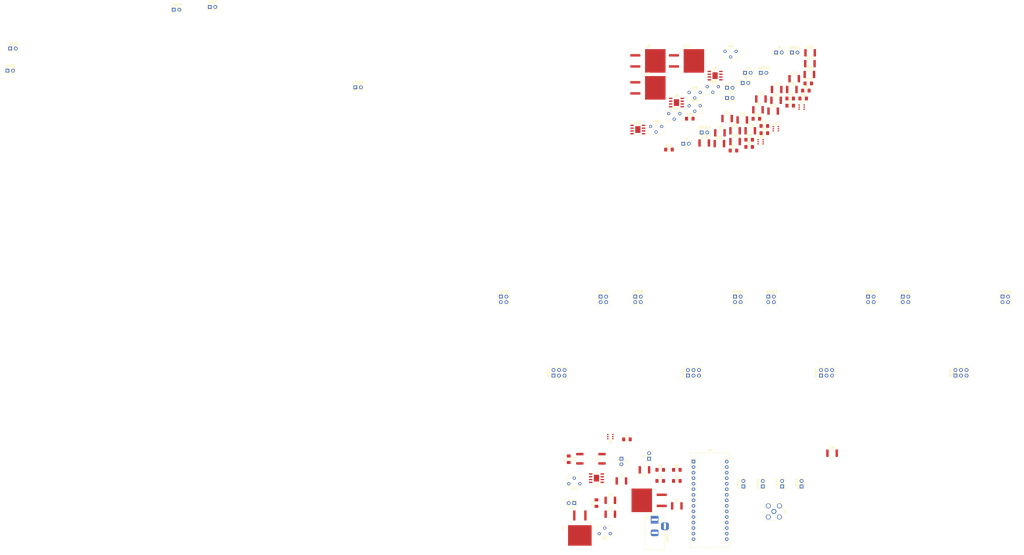
<source format=kicad_pcb>
(kicad_pcb (version 20171130) (host pcbnew 5.1.5+dfsg1-2build2)
  (layers (0 F.Cu signal) (31 B.Cu signal) (34 B.Paste user) (35 F.Paste user) (36 B.SilkS user) (37 F.SilkS user) (38 B.Mask user) (39 F.Mask user) (44 Edge.Cuts user))
  (net 0 "")
  (net 1 "Net-(A1-Pad16)")
  (net 2 "Net-(A1-Pad15)")
  (net 3 "Net-(A1-Pad30)")
  (net 4 "Net-(A1-Pad14)")
  (net 5 GND)
  (net 6 "Net-(A1-Pad13)")
  (net 7 "Net-(A1-Pad28)")
  (net 8 /Cool3)
  (net 9 "Net-(A1-Pad27)")
  (net 10 /LD3)
  (net 11 /PDCOM3)
  (net 12 /LD2)
  (net 13 /CoolCOM3)
  (net 14 /Cool2)
  (net 15 /PDCOM2)
  (net 16 /Cool1)
  (net 17 /CoolCOM2)
  (net 18 /LD1)
  (net 19 /PDCOM1)
  (net 20 /Cool0)
  (net 21 /CoolCOM1)
  (net 22 /LD0)
  (net 23 /PDCOM0)
  (net 24 /CoolCOM0)
  (net 25 "Net-(A1-Pad3)")
  (net 26 "Net-(A1-Pad18)")
  (net 27 "Net-(A1-Pad2)")
  (net 28 "Net-(A1-Pad17)")
  (net 29 "Net-(A1-Pad1)")
  (net 30 /LDSourse0)
  (net 31 /CoolSource0)
  (net 32 +5V)
  (net 33 /LDSourse1)
  (net 34 /CoolSource1)
  (net 35 /LDSourse2)
  (net 36 /CoolSource2)
  (net 37 /LDSourse3)
  (net 38 /CoolSource3)
  (net 39 "Net-(C1-Pad1)")
  (net 40 "Net-(C2-Pad2)")
  (net 41 /LDDrain0)
  (net 42 "Net-(C3-Pad1)")
  (net 43 "Net-(C4-Pad1)")
  (net 44 /CoolDrain0)
  (net 45 "Net-(C6-Pad1)")
  (net 46 "Net-(C7-Pad1)")
  (net 47 "Net-(C9-Pad1)")
  (net 48 "Net-(C10-Pad2)")
  (net 49 /LDDrain1)
  (net 50 "Net-(C11-Pad1)")
  (net 51 /CoolDrain1)
  (net 52 "Net-(C13-Pad1)")
  (net 53 "Net-(C15-Pad1)")
  (net 54 "Net-(C16-Pad2)")
  (net 55 /LDDrain2)
  (net 56 "Net-(C17-Pad1)")
  (net 57 /CoolDrain2)
  (net 58 "Net-(C19-Pad1)")
  (net 59 "Net-(C21-Pad1)")
  (net 60 "Net-(C22-Pad2)")
  (net 61 /LDDrain3)
  (net 62 "Net-(C23-Pad1)")
  (net 63 /CoolDrain3)
  (net 64 "Net-(C25-Pad1)")
  (net 65 +12V)
  (net 66 "Net-(J2-Pad2)")
  (net 67 "Net-(J4-Pad2)")
  (net 68 "Net-(J6-Pad2)")
  (net 69 "Net-(J8-Pad2)")
  (net 70 "Net-(R8-Pad2)")
  (net 71 "Net-(R12-Pad2)")
  (net 72 "Net-(R16-Pad2)")
  (net 73 "Net-(R20-Pad2)")
  (net 74 /DL1)
  (net 75 "Net-(U3-Pad7)")
  (net 76 "Net-(U3-Pad2)")
  (net 77 "Net-(U6-Pad7)")
  (net 78 "Net-(U6-Pad2)")
  (net 79 /LDSource1)
  (net 80 "Net-(U9-Pad7)")
  (net 81 "Net-(U9-Pad2)")
  (net 82 /LDSource2)
  (net 83 "Net-(U12-Pad7)")
  (net 84 "Net-(U12-Pad2)")
  (net 85 /LDSource3)
  (net 86 "Net-(VR1-Pad3)")
  (net 87 "Net-(VR3-Pad3)")
  (net 88 "Net-(VR5-Pad3)")
  (net 89 "Net-(VR7-Pad3)")
  (net 90 "Net-(JTRIG1-Pad1)")
  (net 91 "Net-(R10-Pad1)")
  (net 92 "Net-(R14-Pad1)")
  (net 93 "Net-(R18-Pad1)")
  (net 94 "Net-(VR2-Pad3)")
  (net 95 "Net-(VR4-Pad3)")
  (net 96 "Net-(VR6-Pad3)")
  (net 97 "Net-(VR8-Pad3)")
  (net 98 "Net-(R4-Pad1)")
  (module Potentiometer_THT:Potentiometer_Bourns_3266W_Vertical (layer F.Cu) (at 89.555001 -9.994999)
    (fp_text reference VR8 (at -2.54 -2.27) (layer F.SilkS))
    (fp_text value 3266W)
    (pad 3 thru_hole circle (at -5.08 0) (size 1.44 1.44) (drill 0.8) (layers *.Cu *.Mask) (net 97 "Net-(VR8-Pad3)"))
    (pad 2 thru_hole circle (at -2.54 2.54) (size 1.44 1.44) (drill 0.8) (layers *.Cu *.Mask) (net 62 "Net-(C23-Pad1)"))
    (pad 1 thru_hole circle (at 0 0) (size 1.44 1.44) (drill 0.8) (layers *.Cu *.Mask) (net 5 GND))
  )
  (module Potentiometer_THT:Potentiometer_Bourns_3266W_Vertical (layer F.Cu) (at 97.855001 -15.894999)
    (fp_text reference VR7 (at -2.54 -2.27) (layer F.SilkS))
    (fp_text value 3266W)
    (pad 3 thru_hole circle (at -5.08 0) (size 1.44 1.44) (drill 0.8) (layers *.Cu *.Mask) (net 89 "Net-(VR7-Pad3)"))
    (pad 2 thru_hole circle (at -2.54 2.54) (size 1.44 1.44) (drill 0.8) (layers *.Cu *.Mask) (net 64 "Net-(C25-Pad1)"))
    (pad 1 thru_hole circle (at 0 0) (size 1.44 1.44) (drill 0.8) (layers *.Cu *.Mask) (net 5 GND))
  )
  (module Potentiometer_THT:Potentiometer_Bourns_3266W_Vertical (layer F.Cu) (at 107.245001 -25.594999)
    (fp_text reference VR6 (at -2.54 -2.27) (layer F.SilkS))
    (fp_text value 3266W)
    (pad 3 thru_hole circle (at -5.08 0) (size 1.44 1.44) (drill 0.8) (layers *.Cu *.Mask) (net 96 "Net-(VR6-Pad3)"))
    (pad 2 thru_hole circle (at -2.54 2.54) (size 1.44 1.44) (drill 0.8) (layers *.Cu *.Mask) (net 56 "Net-(C17-Pad1)"))
    (pad 1 thru_hole circle (at 0 0) (size 1.44 1.44) (drill 0.8) (layers *.Cu *.Mask) (net 5 GND))
  )
  (module Potentiometer_THT:Potentiometer_Bourns_3266W_Vertical (layer F.Cu) (at 115.545001 -28.244999)
    (fp_text reference VR5 (at -2.54 -2.27) (layer F.SilkS))
    (fp_text value 3266W)
    (pad 3 thru_hole circle (at -5.08 0) (size 1.44 1.44) (drill 0.8) (layers *.Cu *.Mask) (net 88 "Net-(VR5-Pad3)"))
    (pad 2 thru_hole circle (at -2.54 2.54) (size 1.44 1.44) (drill 0.8) (layers *.Cu *.Mask) (net 58 "Net-(C19-Pad1)"))
    (pad 1 thru_hole circle (at 0 0) (size 1.44 1.44) (drill 0.8) (layers *.Cu *.Mask) (net 5 GND))
  )
  (module Potentiometer_THT:Potentiometer_Bourns_3266W_Vertical (layer F.Cu) (at 107.245001 -19.494999)
    (fp_text reference VR4 (at -2.54 -2.27) (layer F.SilkS))
    (fp_text value 3266W)
    (pad 3 thru_hole circle (at -5.08 0) (size 1.44 1.44) (drill 0.8) (layers *.Cu *.Mask) (net 95 "Net-(VR4-Pad3)"))
    (pad 2 thru_hole circle (at -2.54 2.54) (size 1.44 1.44) (drill 0.8) (layers *.Cu *.Mask) (net 50 "Net-(C11-Pad1)"))
    (pad 1 thru_hole circle (at 0 0) (size 1.44 1.44) (drill 0.8) (layers *.Cu *.Mask) (net 5 GND))
  )
  (module Potentiometer_THT:Potentiometer_Bourns_3266W_Vertical (layer F.Cu) (at 123.685001 -44.394999)
    (fp_text reference VR3 (at -2.54 -2.27) (layer F.SilkS))
    (fp_text value 3266W)
    (pad 3 thru_hole circle (at -5.08 0) (size 1.44 1.44) (drill 0.8) (layers *.Cu *.Mask) (net 87 "Net-(VR3-Pad3)"))
    (pad 2 thru_hole circle (at -2.54 2.54) (size 1.44 1.44) (drill 0.8) (layers *.Cu *.Mask) (net 52 "Net-(C13-Pad1)"))
    (pad 1 thru_hole circle (at 0 0) (size 1.44 1.44) (drill 0.8) (layers *.Cu *.Mask) (net 5 GND))
  )
  (module Potentiometer_THT:Potentiometer_Bourns_3266W_Vertical (layer F.Cu) (at 46.99 153.67 180)
    (fp_text reference VR2 (at -2.54 -2.27) (layer F.SilkS))
    (fp_text value 3266W)
    (pad 3 thru_hole circle (at -5.08 0 180) (size 1.44 1.44) (drill 0.8) (layers *.Cu *.Mask) (net 94 "Net-(VR2-Pad3)"))
    (pad 2 thru_hole circle (at -2.54 2.54 180) (size 1.44 1.44) (drill 0.8) (layers *.Cu *.Mask) (net 42 "Net-(C3-Pad1)"))
    (pad 1 thru_hole circle (at 0 0 180) (size 1.44 1.44) (drill 0.8) (layers *.Cu *.Mask) (net 5 GND))
  )
  (module Package_SO:TSOP-6_1.65x3.05mm_P0.95mm (layer F.Cu) (at 141.865001 -8.974999)
    (fp_text reference U13 (at 0 -2.45) (layer F.SilkS))
    (fp_text value IRF5852PbF)
    (pad 6 smd rect (at 1.16 -0.95) (size 0.7 0.51) (layers F.Cu F.Paste F.Mask) (net 63 /CoolDrain3))
    (pad 5 smd rect (at 1.16 0) (size 0.7 0.51) (layers F.Cu F.Paste F.Mask) (net 38 /CoolSource3))
    (pad 4 smd rect (at 1.16 0.95) (size 0.7 0.51) (layers F.Cu F.Paste F.Mask) (net 61 /LDDrain3))
    (pad 3 smd rect (at -1.16 0.95) (size 0.7 0.51) (layers F.Cu F.Paste F.Mask) (net 73 "Net-(R20-Pad2)"))
    (pad 2 smd rect (at -1.16 0) (size 0.7 0.51) (layers F.Cu F.Paste F.Mask) (net 85 /LDSource3))
    (pad 1 smd rect (at -1.16 -0.95) (size 0.7 0.51) (layers F.Cu F.Paste F.Mask) (net 93 "Net-(R18-Pad1)"))
  )
  (module Package_SO:HSOP-8-1EP_3.9x4.9mm_P1.27mm_EP2.41x3.1mm (layer F.Cu) (at 78.655001 -8.594999)
    (fp_text reference U12 (at 0 -3.4) (layer F.SilkS))
    (fp_text value LP3878MR-ADJ_NOPB)
    (pad 8 smd roundrect (at 2.65 -1.905) (size 1.6 0.6) (layers F.Cu F.Paste F.Mask) (net 60 "Net-(C22-Pad2)"))
    (pad 7 smd roundrect (at 2.65 -0.635) (size 1.6 0.6) (layers F.Cu F.Paste F.Mask) (net 83 "Net-(U12-Pad7)"))
    (pad 6 smd roundrect (at 2.65 0.635) (size 1.6 0.6) (layers F.Cu F.Paste F.Mask) (net 62 "Net-(C23-Pad1)"))
    (pad 5 smd roundrect (at 2.65 1.905) (size 1.6 0.6) (layers F.Cu F.Paste F.Mask) (net 61 /LDDrain3))
    (pad 4 smd roundrect (at -2.65 1.905) (size 1.6 0.6) (layers F.Cu F.Paste F.Mask) (net 60 "Net-(C22-Pad2)"))
    (pad 3 smd roundrect (at -2.65 0.635) (size 1.6 0.6) (layers F.Cu F.Paste F.Mask) (net 5 GND))
    (pad 2 smd roundrect (at -2.65 -0.635) (size 1.6 0.6) (layers F.Cu F.Paste F.Mask) (net 84 "Net-(U12-Pad2)"))
    (pad 1 smd roundrect (at -2.65 -1.905) (size 1.6 0.6) (layers F.Cu F.Paste F.Mask) (net 59 "Net-(C21-Pad1)"))
    (pad 9 smd roundrect (at 0 0) (size 2.41 3.1) (layers F.Cu F.Mask) (roundrect_rratio 0.103734))
  )
  (module Package_TO_SOT_SMD:TO-263-2 (layer F.Cu) (at 100.965001 -40.044999)
    (fp_text reference U11 (at 0 -6.65) (layer F.SilkS))
    (fp_text value LM317_3PinPackage)
    (pad 2 smd rect (at 3.375 0) (size 9.4 10.8) (layers F.Cu F.Mask) (net 63 /CoolDrain3))
    (pad 3 smd rect (at -5.775 2.54) (size 4.6 1.1) (layers F.Cu F.Paste F.Mask) (net 69 "Net-(J8-Pad2)"))
    (pad 1 smd rect (at -5.775 -2.54) (size 4.6 1.1) (layers F.Cu F.Paste F.Mask) (net 64 "Net-(C25-Pad1)"))
  )
  (module Package_SO:TSOP-6_1.65x3.05mm_P0.95mm (layer F.Cu) (at 134.915001 -2.994999)
    (fp_text reference U10 (at 0 -2.45) (layer F.SilkS))
    (fp_text value IRF5852PbF)
    (pad 6 smd rect (at 1.16 -0.95) (size 0.7 0.51) (layers F.Cu F.Paste F.Mask) (net 57 /CoolDrain2))
    (pad 5 smd rect (at 1.16 0) (size 0.7 0.51) (layers F.Cu F.Paste F.Mask) (net 36 /CoolSource2))
    (pad 4 smd rect (at 1.16 0.95) (size 0.7 0.51) (layers F.Cu F.Paste F.Mask) (net 55 /LDDrain2))
    (pad 3 smd rect (at -1.16 0.95) (size 0.7 0.51) (layers F.Cu F.Paste F.Mask) (net 72 "Net-(R16-Pad2)"))
    (pad 2 smd rect (at -1.16 0) (size 0.7 0.51) (layers F.Cu F.Paste F.Mask) (net 82 /LDSource2))
    (pad 1 smd rect (at -1.16 -0.95) (size 0.7 0.51) (layers F.Cu F.Paste F.Mask) (net 92 "Net-(R14-Pad1)"))
  )
  (module Package_SO:HSOP-8-1EP_3.9x4.9mm_P1.27mm_EP2.41x3.1mm (layer F.Cu) (at 96.345001 -20.944999)
    (fp_text reference U9 (at 0 -3.4) (layer F.SilkS))
    (fp_text value LP3878MR-ADJ_NOPB)
    (pad 8 smd roundrect (at 2.65 -1.905) (size 1.6 0.6) (layers F.Cu F.Paste F.Mask) (net 54 "Net-(C16-Pad2)"))
    (pad 7 smd roundrect (at 2.65 -0.635) (size 1.6 0.6) (layers F.Cu F.Paste F.Mask) (net 80 "Net-(U9-Pad7)"))
    (pad 6 smd roundrect (at 2.65 0.635) (size 1.6 0.6) (layers F.Cu F.Paste F.Mask) (net 56 "Net-(C17-Pad1)"))
    (pad 5 smd roundrect (at 2.65 1.905) (size 1.6 0.6) (layers F.Cu F.Paste F.Mask) (net 55 /LDDrain2))
    (pad 4 smd roundrect (at -2.65 1.905) (size 1.6 0.6) (layers F.Cu F.Paste F.Mask) (net 54 "Net-(C16-Pad2)"))
    (pad 3 smd roundrect (at -2.65 0.635) (size 1.6 0.6) (layers F.Cu F.Paste F.Mask) (net 5 GND))
    (pad 2 smd roundrect (at -2.65 -0.635) (size 1.6 0.6) (layers F.Cu F.Paste F.Mask) (net 81 "Net-(U9-Pad2)"))
    (pad 1 smd roundrect (at -2.65 -1.905) (size 1.6 0.6) (layers F.Cu F.Paste F.Mask) (net 53 "Net-(C15-Pad1)"))
    (pad 9 smd roundrect (at 0 0) (size 2.41 3.1) (layers F.Cu F.Mask) (roundrect_rratio 0.103734))
  )
  (module Package_TO_SOT_SMD:TO-263-2 (layer F.Cu) (at 83.275001 -40.044999)
    (fp_text reference U8 (at 0 -6.65) (layer F.SilkS))
    (fp_text value LM317_3PinPackage)
    (pad 2 smd rect (at 3.375 0) (size 9.4 10.8) (layers F.Cu F.Mask) (net 57 /CoolDrain2))
    (pad 3 smd rect (at -5.775 2.54) (size 4.6 1.1) (layers F.Cu F.Paste F.Mask) (net 68 "Net-(J6-Pad2)"))
    (pad 1 smd rect (at -5.775 -2.54) (size 4.6 1.1) (layers F.Cu F.Paste F.Mask) (net 58 "Net-(C19-Pad1)"))
  )
  (module Package_SO:TSOP-6_1.65x3.05mm_P0.95mm (layer F.Cu) (at 153.705001 -18.874999)
    (fp_text reference U7 (at 0 -2.45) (layer F.SilkS))
    (fp_text value IRF5852PbF)
    (pad 6 smd rect (at 1.16 -0.95) (size 0.7 0.51) (layers F.Cu F.Paste F.Mask) (net 51 /CoolDrain1))
    (pad 5 smd rect (at 1.16 0) (size 0.7 0.51) (layers F.Cu F.Paste F.Mask) (net 34 /CoolSource1))
    (pad 4 smd rect (at 1.16 0.95) (size 0.7 0.51) (layers F.Cu F.Paste F.Mask) (net 49 /LDDrain1))
    (pad 3 smd rect (at -1.16 0.95) (size 0.7 0.51) (layers F.Cu F.Paste F.Mask) (net 71 "Net-(R12-Pad2)"))
    (pad 2 smd rect (at -1.16 0) (size 0.7 0.51) (layers F.Cu F.Paste F.Mask) (net 79 /LDSource1))
    (pad 1 smd rect (at -1.16 -0.95) (size 0.7 0.51) (layers F.Cu F.Paste F.Mask) (net 91 "Net-(R10-Pad1)"))
  )
  (module Package_SO:HSOP-8-1EP_3.9x4.9mm_P1.27mm_EP2.41x3.1mm (layer F.Cu) (at 114.035001 -33.294999)
    (fp_text reference U6 (at 0 -3.4) (layer F.SilkS))
    (fp_text value LP3878MR-ADJ_NOPB)
    (pad 8 smd roundrect (at 2.65 -1.905) (size 1.6 0.6) (layers F.Cu F.Paste F.Mask) (net 48 "Net-(C10-Pad2)"))
    (pad 7 smd roundrect (at 2.65 -0.635) (size 1.6 0.6) (layers F.Cu F.Paste F.Mask) (net 77 "Net-(U6-Pad7)"))
    (pad 6 smd roundrect (at 2.65 0.635) (size 1.6 0.6) (layers F.Cu F.Paste F.Mask) (net 50 "Net-(C11-Pad1)"))
    (pad 5 smd roundrect (at 2.65 1.905) (size 1.6 0.6) (layers F.Cu F.Paste F.Mask) (net 49 /LDDrain1))
    (pad 4 smd roundrect (at -2.65 1.905) (size 1.6 0.6) (layers F.Cu F.Paste F.Mask) (net 48 "Net-(C10-Pad2)"))
    (pad 3 smd roundrect (at -2.65 0.635) (size 1.6 0.6) (layers F.Cu F.Paste F.Mask) (net 5 GND))
    (pad 2 smd roundrect (at -2.65 -0.635) (size 1.6 0.6) (layers F.Cu F.Paste F.Mask) (net 78 "Net-(U6-Pad2)"))
    (pad 1 smd roundrect (at -2.65 -1.905) (size 1.6 0.6) (layers F.Cu F.Paste F.Mask) (net 47 "Net-(C9-Pad1)"))
    (pad 9 smd roundrect (at 0 0) (size 2.41 3.1) (layers F.Cu F.Mask) (roundrect_rratio 0.103734))
  )
  (module Package_TO_SOT_SMD:TO-263-2 (layer F.Cu) (at 83.275001 -27.694999)
    (fp_text reference U5 (at 0 -6.65) (layer F.SilkS))
    (fp_text value LM317_3PinPackage)
    (pad 2 smd rect (at 3.375 0) (size 9.4 10.8) (layers F.Cu F.Mask) (net 51 /CoolDrain1))
    (pad 3 smd rect (at -5.775 2.54) (size 4.6 1.1) (layers F.Cu F.Paste F.Mask) (net 67 "Net-(J4-Pad2)"))
    (pad 1 smd rect (at -5.775 -2.54) (size 4.6 1.1) (layers F.Cu F.Paste F.Mask) (net 52 "Net-(C13-Pad1)"))
  )
  (module Package_SO:TSOP-6_1.65x3.05mm_P0.95mm (layer F.Cu) (at 66.04 132.08 180)
    (fp_text reference U4 (at 0 -2.45) (layer F.SilkS))
    (fp_text value IRF5852PbF)
    (pad 6 smd rect (at 1.16 -0.95 180) (size 0.7 0.51) (layers F.Cu F.Paste F.Mask) (net 44 /CoolDrain0))
    (pad 5 smd rect (at 1.16 0 180) (size 0.7 0.51) (layers F.Cu F.Paste F.Mask) (net 31 /CoolSource0))
    (pad 4 smd rect (at 1.16 0.95 180) (size 0.7 0.51) (layers F.Cu F.Paste F.Mask) (net 41 /LDDrain0))
    (pad 3 smd rect (at -1.16 0.95 180) (size 0.7 0.51) (layers F.Cu F.Paste F.Mask) (net 70 "Net-(R8-Pad2)"))
    (pad 2 smd rect (at -1.16 0 180) (size 0.7 0.51) (layers F.Cu F.Paste F.Mask) (net 30 /LDSourse0))
    (pad 1 smd rect (at -1.16 -0.95 180) (size 0.7 0.51) (layers F.Cu F.Paste F.Mask) (net 98 "Net-(R4-Pad1)"))
  )
  (module Package_SO:HSOP-8-1EP_3.9x4.9mm_P1.27mm_EP2.41x3.1mm (layer F.Cu) (at 59.69 151.13 180)
    (fp_text reference U3 (at 0 -3.4) (layer F.SilkS))
    (fp_text value LP3878MR-ADJ_NOPB)
    (pad 8 smd roundrect (at 2.65 -1.905 180) (size 1.6 0.6) (layers F.Cu F.Paste F.Mask) (net 40 "Net-(C2-Pad2)"))
    (pad 7 smd roundrect (at 2.65 -0.635 180) (size 1.6 0.6) (layers F.Cu F.Paste F.Mask) (net 75 "Net-(U3-Pad7)"))
    (pad 6 smd roundrect (at 2.65 0.635 180) (size 1.6 0.6) (layers F.Cu F.Paste F.Mask) (net 42 "Net-(C3-Pad1)"))
    (pad 5 smd roundrect (at 2.65 1.905 180) (size 1.6 0.6) (layers F.Cu F.Paste F.Mask) (net 41 /LDDrain0))
    (pad 4 smd roundrect (at -2.65 1.905 180) (size 1.6 0.6) (layers F.Cu F.Paste F.Mask) (net 40 "Net-(C2-Pad2)"))
    (pad 3 smd roundrect (at -2.65 0.635 180) (size 1.6 0.6) (layers F.Cu F.Paste F.Mask) (net 5 GND))
    (pad 2 smd roundrect (at -2.65 -0.635 180) (size 1.6 0.6) (layers F.Cu F.Paste F.Mask) (net 76 "Net-(U3-Pad2)"))
    (pad 1 smd roundrect (at -2.65 -1.905 180) (size 1.6 0.6) (layers F.Cu F.Paste F.Mask) (net 39 "Net-(C1-Pad1)"))
    (pad 9 smd roundrect (at 0 0 180) (size 2.41 3.1) (layers F.Cu F.Mask) (roundrect_rratio 0.103734))
  )
  (module Resistor_SMD:R_1206_3216Metric_Pad1.42x1.75mm_HandSolder (layer F.Cu) (at 102.455001 -13.574999)
    (fp_text reference R20 (at 0 -1.82) (layer F.SilkS))
    (fp_text value R)
    (pad 2 smd roundrect (at 1.4875 0) (size 1.425 1.75) (layers F.Cu F.Paste F.Mask) (roundrect_rratio 0.175439) (net 73 "Net-(R20-Pad2)"))
    (pad 1 smd roundrect (at -1.4875 0) (size 1.425 1.75) (layers F.Cu F.Paste F.Mask) (roundrect_rratio 0.175439) (net 10 /LD3))
  )
  (module Resistor_SMD:R_1206_3216Metric_Pad1.42x1.75mm_HandSolder (layer F.Cu) (at 136.605001 -6.944999)
    (fp_text reference R19 (at 0 -1.82) (layer F.SilkS))
    (fp_text value R240)
    (pad 2 smd roundrect (at 1.4875 0) (size 1.425 1.75) (layers F.Cu F.Paste F.Mask) (roundrect_rratio 0.175439) (net 61 /LDDrain3))
    (pad 1 smd roundrect (at -1.4875 0) (size 1.425 1.75) (layers F.Cu F.Paste F.Mask) (roundrect_rratio 0.175439) (net 62 "Net-(C23-Pad1)"))
  )
  (module Resistor_SMD:R_1206_3216Metric_Pad1.42x1.75mm_HandSolder (layer F.Cu) (at 132.945001 -13.524999)
    (fp_text reference R18 (at 0 -1.82) (layer F.SilkS))
    (fp_text value R)
    (pad 2 smd roundrect (at 1.4875 0) (size 1.425 1.75) (layers F.Cu F.Paste F.Mask) (roundrect_rratio 0.175439) (net 8 /Cool3))
    (pad 1 smd roundrect (at -1.4875 0) (size 1.425 1.75) (layers F.Cu F.Paste F.Mask) (roundrect_rratio 0.175439) (net 93 "Net-(R18-Pad1)"))
  )
  (module Resistor_SMD:R_1206_3216Metric_Pad1.42x1.75mm_HandSolder (layer F.Cu) (at 122.455001 1.025001)
    (fp_text reference R17 (at 0 -1.82) (layer F.SilkS))
    (fp_text value R240)
    (pad 2 smd roundrect (at 1.4875 0) (size 1.425 1.75) (layers F.Cu F.Paste F.Mask) (roundrect_rratio 0.175439) (net 63 /CoolDrain3))
    (pad 1 smd roundrect (at -1.4875 0) (size 1.425 1.75) (layers F.Cu F.Paste F.Mask) (roundrect_rratio 0.175439) (net 64 "Net-(C25-Pad1)"))
  )
  (module Resistor_SMD:R_1206_3216Metric_Pad1.42x1.75mm_HandSolder (layer F.Cu) (at 148.445001 -22.824999)
    (fp_text reference R16 (at 0 -1.82) (layer F.SilkS))
    (fp_text value R)
    (pad 2 smd roundrect (at 1.4875 0) (size 1.425 1.75) (layers F.Cu F.Paste F.Mask) (roundrect_rratio 0.175439) (net 72 "Net-(R16-Pad2)"))
    (pad 1 smd roundrect (at -1.4875 0) (size 1.425 1.75) (layers F.Cu F.Paste F.Mask) (roundrect_rratio 0.175439) (net 12 /LD2))
  )
  (module Resistor_SMD:R_1206_3216Metric_Pad1.42x1.75mm_HandSolder (layer F.Cu) (at 129.655001 -3.924999)
    (fp_text reference R15 (at 0 -1.82) (layer F.SilkS))
    (fp_text value R240)
    (pad 2 smd roundrect (at 1.4875 0) (size 1.425 1.75) (layers F.Cu F.Paste F.Mask) (roundrect_rratio 0.175439) (net 55 /LDDrain2))
    (pad 1 smd roundrect (at -1.4875 0) (size 1.425 1.75) (layers F.Cu F.Paste F.Mask) (roundrect_rratio 0.175439) (net 56 "Net-(C17-Pad1)"))
  )
  (module Resistor_SMD:R_1206_3216Metric_Pad1.42x1.75mm_HandSolder (layer F.Cu) (at 136.605001 -10.234999)
    (fp_text reference R14 (at 0 -1.82) (layer F.SilkS))
    (fp_text value R)
    (pad 2 smd roundrect (at 1.4875 0) (size 1.425 1.75) (layers F.Cu F.Paste F.Mask) (roundrect_rratio 0.175439) (net 14 /Cool2))
    (pad 1 smd roundrect (at -1.4875 0) (size 1.425 1.75) (layers F.Cu F.Paste F.Mask) (roundrect_rratio 0.175439) (net 92 "Net-(R14-Pad1)"))
  )
  (module Resistor_SMD:R_1206_3216Metric_Pad1.42x1.75mm_HandSolder (layer F.Cu) (at 156.735001 -29.724999)
    (fp_text reference R13 (at 0 -1.82) (layer F.SilkS))
    (fp_text value R240)
    (pad 2 smd roundrect (at 1.4875 0) (size 1.425 1.75) (layers F.Cu F.Paste F.Mask) (roundrect_rratio 0.175439) (net 57 /CoolDrain2))
    (pad 1 smd roundrect (at -1.4875 0) (size 1.425 1.75) (layers F.Cu F.Paste F.Mask) (roundrect_rratio 0.175439) (net 58 "Net-(C19-Pad1)"))
  )
  (module Resistor_SMD:R_1206_3216Metric_Pad1.42x1.75mm_HandSolder (layer F.Cu) (at 148.445001 -19.534999)
    (fp_text reference R12 (at 0 -1.82) (layer F.SilkS))
    (fp_text value R)
    (pad 2 smd roundrect (at 1.4875 0) (size 1.425 1.75) (layers F.Cu F.Paste F.Mask) (roundrect_rratio 0.175439) (net 71 "Net-(R12-Pad2)"))
    (pad 1 smd roundrect (at -1.4875 0) (size 1.425 1.75) (layers F.Cu F.Paste F.Mask) (roundrect_rratio 0.175439) (net 18 /LD1))
  )
  (module Resistor_SMD:R_1206_3216Metric_Pad1.42x1.75mm_HandSolder (layer F.Cu) (at 129.655001 -0.634999)
    (fp_text reference R11 (at 0 -1.82) (layer F.SilkS))
    (fp_text value R240)
    (pad 2 smd roundrect (at 1.4875 0) (size 1.425 1.75) (layers F.Cu F.Paste F.Mask) (roundrect_rratio 0.175439) (net 49 /LDDrain1))
    (pad 1 smd roundrect (at -1.4875 0) (size 1.425 1.75) (layers F.Cu F.Paste F.Mask) (roundrect_rratio 0.175439) (net 50 "Net-(C11-Pad1)"))
  )
  (module Resistor_SMD:R_1206_3216Metric_Pad1.42x1.75mm_HandSolder (layer F.Cu) (at 92.905001 0.575001)
    (fp_text reference R10 (at 0 -1.82) (layer F.SilkS))
    (fp_text value R)
    (pad 2 smd roundrect (at 1.4875 0) (size 1.425 1.75) (layers F.Cu F.Paste F.Mask) (roundrect_rratio 0.175439) (net 16 /Cool1))
    (pad 1 smd roundrect (at -1.4875 0) (size 1.425 1.75) (layers F.Cu F.Paste F.Mask) (roundrect_rratio 0.175439) (net 91 "Net-(R10-Pad1)"))
  )
  (module Resistor_SMD:R_1206_3216Metric_Pad1.42x1.75mm_HandSolder (layer F.Cu) (at 155.645001 -26.434999)
    (fp_text reference R9 (at 0 -1.82) (layer F.SilkS))
    (fp_text value R240)
    (pad 2 smd roundrect (at 1.4875 0) (size 1.425 1.75) (layers F.Cu F.Paste F.Mask) (roundrect_rratio 0.175439) (net 51 /CoolDrain1))
    (pad 1 smd roundrect (at -1.4875 0) (size 1.425 1.75) (layers F.Cu F.Paste F.Mask) (roundrect_rratio 0.175439) (net 52 "Net-(C13-Pad1)"))
  )
  (module Resistor_SMD:R_1206_3216Metric_Pad1.42x1.75mm_HandSolder (layer F.Cu) (at 154.395001 -22.824999)
    (fp_text reference R8 (at 0 -1.82) (layer F.SilkS))
    (fp_text value R)
    (pad 2 smd roundrect (at 1.4875 0) (size 1.425 1.75) (layers F.Cu F.Paste F.Mask) (roundrect_rratio 0.175439) (net 70 "Net-(R8-Pad2)"))
    (pad 1 smd roundrect (at -1.4875 0) (size 1.425 1.75) (layers F.Cu F.Paste F.Mask) (roundrect_rratio 0.175439) (net 22 /LD0))
  )
  (module Resistor_SMD:R_1206_3216Metric_Pad1.42x1.75mm_HandSolder (layer F.Cu) (at 46.99 142.4575 90)
    (fp_text reference R7 (at 0 -1.82 90) (layer F.SilkS))
    (fp_text value R240)
    (pad 2 smd roundrect (at 1.4875 0 90) (size 1.425 1.75) (layers F.Cu F.Paste F.Mask) (roundrect_rratio 0.175439) (net 41 /LDDrain0))
    (pad 1 smd roundrect (at -1.4875 0 90) (size 1.425 1.75) (layers F.Cu F.Paste F.Mask) (roundrect_rratio 0.175439) (net 42 "Net-(C3-Pad1)"))
  )
  (module Connector_PinHeader_2.54mm:PinHeader_2x02_P2.54mm_Vertical (layer F.Cu) (at 245.745 67.945)
    (fp_text reference JGND16 (at 1.27 -2.33) (layer F.SilkS))
    (fp_text value Conn_02x02_Odd_Even)
    (pad 4 thru_hole oval (at 2.54 2.54) (size 1.7 1.7) (drill 1) (layers *.Cu *.Mask) (net 5 GND))
    (pad 3 thru_hole oval (at 0 2.54) (size 1.7 1.7) (drill 1) (layers *.Cu *.Mask) (net 5 GND))
    (pad 2 thru_hole oval (at 2.54 0) (size 1.7 1.7) (drill 1) (layers *.Cu *.Mask) (net 5 GND))
    (pad 1 thru_hole rect (at 0 0) (size 1.7 1.7) (drill 1) (layers *.Cu *.Mask) (net 5 GND))
  )
  (module Connector_PinHeader_2.54mm:PinHeader_2x01_P2.54mm_Vertical (layer F.Cu) (at 107.905001 -7.244999)
    (fp_text reference JGND15 (at 1.27 -2.33) (layer F.SilkS))
    (fp_text value Conn_02x01)
    (pad 2 thru_hole oval (at 2.54 0) (size 1.7 1.7) (drill 1) (layers *.Cu *.Mask) (net 5 GND))
    (pad 1 thru_hole rect (at 0 0) (size 1.7 1.7) (drill 1) (layers *.Cu *.Mask) (net 5 GND))
  )
  (module Connector_PinHeader_2.54mm:PinHeader_2x02_P2.54mm_Vertical (layer F.Cu) (at 200.025 67.945)
    (fp_text reference JGND14 (at 1.27 -2.33) (layer F.SilkS))
    (fp_text value Conn_02x02_Odd_Even)
    (pad 4 thru_hole oval (at 2.54 2.54) (size 1.7 1.7) (drill 1) (layers *.Cu *.Mask) (net 5 GND))
    (pad 3 thru_hole oval (at 0 2.54) (size 1.7 1.7) (drill 1) (layers *.Cu *.Mask) (net 5 GND))
    (pad 2 thru_hole oval (at 2.54 0) (size 1.7 1.7) (drill 1) (layers *.Cu *.Mask) (net 5 GND))
    (pad 1 thru_hole rect (at 0 0) (size 1.7 1.7) (drill 1) (layers *.Cu *.Mask) (net 5 GND))
  )
  (module Connector_PinHeader_2.54mm:PinHeader_2x01_P2.54mm_Vertical (layer F.Cu) (at 134.985001 -34.594999)
    (fp_text reference JGND13 (at 1.27 -2.33) (layer F.SilkS))
    (fp_text value Conn_02x01)
    (pad 2 thru_hole oval (at 2.54 0) (size 1.7 1.7) (drill 1) (layers *.Cu *.Mask) (net 5 GND))
    (pad 1 thru_hole rect (at 0 0) (size 1.7 1.7) (drill 1) (layers *.Cu *.Mask) (net 5 GND))
  )
  (module Connector_PinHeader_2.54mm:PinHeader_2x02_P2.54mm_Vertical (layer F.Cu) (at 184.15 67.945)
    (fp_text reference JGND12 (at 1.27 -2.33) (layer F.SilkS))
    (fp_text value Conn_02x02_Odd_Even)
    (pad 4 thru_hole oval (at 2.54 2.54) (size 1.7 1.7) (drill 1) (layers *.Cu *.Mask) (net 5 GND))
    (pad 3 thru_hole oval (at 0 2.54) (size 1.7 1.7) (drill 1) (layers *.Cu *.Mask) (net 5 GND))
    (pad 2 thru_hole oval (at 2.54 0) (size 1.7 1.7) (drill 1) (layers *.Cu *.Mask) (net 5 GND))
    (pad 1 thru_hole rect (at 0 0) (size 1.7 1.7) (drill 1) (layers *.Cu *.Mask) (net 5 GND))
  )
  (module Connector_PinHeader_2.54mm:PinHeader_2x01_P2.54mm_Vertical (layer F.Cu) (at 149.235001 -43.894999)
    (fp_text reference JGND11 (at 1.27 -2.33) (layer F.SilkS))
    (fp_text value Conn_02x01)
    (pad 2 thru_hole oval (at 2.54 0) (size 1.7 1.7) (drill 1) (layers *.Cu *.Mask) (net 5 GND))
    (pad 1 thru_hole rect (at 0 0) (size 1.7 1.7) (drill 1) (layers *.Cu *.Mask) (net 5 GND))
  )
  (module Connector_PinHeader_2.54mm:PinHeader_2x02_P2.54mm_Vertical (layer F.Cu) (at 138.43 67.945)
    (fp_text reference JGND10 (at 1.27 -2.33) (layer F.SilkS))
    (fp_text value Conn_02x02_Odd_Even)
    (pad 4 thru_hole oval (at 2.54 2.54) (size 1.7 1.7) (drill 1) (layers *.Cu *.Mask) (net 5 GND))
    (pad 3 thru_hole oval (at 0 2.54) (size 1.7 1.7) (drill 1) (layers *.Cu *.Mask) (net 5 GND))
    (pad 2 thru_hole oval (at 2.54 0) (size 1.7 1.7) (drill 1) (layers *.Cu *.Mask) (net 5 GND))
    (pad 1 thru_hole rect (at 0 0) (size 1.7 1.7) (drill 1) (layers *.Cu *.Mask) (net 5 GND))
  )
  (module Connector_PinHeader_2.54mm:PinHeader_2x01_P2.54mm_Vertical (layer F.Cu) (at -50.8 -27.94)
    (fp_text reference JGND9 (at 1.27 -2.33) (layer F.SilkS))
    (fp_text value Conn_02x01)
    (pad 2 thru_hole oval (at 2.54 0) (size 1.7 1.7) (drill 1) (layers *.Cu *.Mask) (net 5 GND))
    (pad 1 thru_hole rect (at 0 0) (size 1.7 1.7) (drill 1) (layers *.Cu *.Mask) (net 5 GND))
  )
  (module Connector_PinHeader_2.54mm:PinHeader_2x02_P2.54mm_Vertical (layer F.Cu) (at 77.47 67.945)
    (fp_text reference JGND8 (at 1.27 -2.33) (layer F.SilkS))
    (fp_text value Conn_02x02_Odd_Even)
    (pad 4 thru_hole oval (at 2.54 2.54) (size 1.7 1.7) (drill 1) (layers *.Cu *.Mask) (net 5 GND))
    (pad 3 thru_hole oval (at 0 2.54) (size 1.7 1.7) (drill 1) (layers *.Cu *.Mask) (net 5 GND))
    (pad 2 thru_hole oval (at 2.54 0) (size 1.7 1.7) (drill 1) (layers *.Cu *.Mask) (net 5 GND))
    (pad 1 thru_hole rect (at 0 0) (size 1.7 1.7) (drill 1) (layers *.Cu *.Mask) (net 5 GND))
  )
  (module Connector_PinHeader_2.54mm:PinHeader_2x01_P2.54mm_Vertical (layer F.Cu) (at -117.475 -64.77)
    (fp_text reference JGND7 (at 1.27 -2.33) (layer F.SilkS))
    (fp_text value Conn_02x01)
    (pad 2 thru_hole oval (at 2.54 0) (size 1.7 1.7) (drill 1) (layers *.Cu *.Mask) (net 5 GND))
    (pad 1 thru_hole rect (at 0 0) (size 1.7 1.7) (drill 1) (layers *.Cu *.Mask) (net 5 GND))
  )
  (module Connector_PinHeader_2.54mm:PinHeader_2x02_P2.54mm_Vertical (layer F.Cu) (at 123.19 67.945)
    (fp_text reference JGND6 (at 1.27 -2.33) (layer F.SilkS))
    (fp_text value Conn_02x02_Odd_Even)
    (pad 4 thru_hole oval (at 2.54 2.54) (size 1.7 1.7) (drill 1) (layers *.Cu *.Mask) (net 5 GND))
    (pad 3 thru_hole oval (at 0 2.54) (size 1.7 1.7) (drill 1) (layers *.Cu *.Mask) (net 5 GND))
    (pad 2 thru_hole oval (at 2.54 0) (size 1.7 1.7) (drill 1) (layers *.Cu *.Mask) (net 5 GND))
    (pad 1 thru_hole rect (at 0 0) (size 1.7 1.7) (drill 1) (layers *.Cu *.Mask) (net 5 GND))
  )
  (module Connector_PinHeader_2.54mm:PinHeader_2x01_P2.54mm_Vertical (layer F.Cu) (at -133.985 -63.5)
    (fp_text reference JGND5 (at 1.27 -2.33) (layer F.SilkS))
    (fp_text value Conn_02x01)
    (pad 2 thru_hole oval (at 2.54 0) (size 1.7 1.7) (drill 1) (layers *.Cu *.Mask) (net 5 GND))
    (pad 1 thru_hole rect (at 0 0) (size 1.7 1.7) (drill 1) (layers *.Cu *.Mask) (net 5 GND))
  )
  (module Connector_PinHeader_2.54mm:PinHeader_2x02_P2.54mm_Vertical (layer F.Cu) (at 61.595 67.945)
    (fp_text reference JGND4 (at 1.27 -2.33) (layer F.SilkS))
    (fp_text value Conn_02x02_Odd_Even)
    (pad 4 thru_hole oval (at 2.54 2.54) (size 1.7 1.7) (drill 1) (layers *.Cu *.Mask) (net 5 GND))
    (pad 3 thru_hole oval (at 0 2.54) (size 1.7 1.7) (drill 1) (layers *.Cu *.Mask) (net 5 GND))
    (pad 2 thru_hole oval (at 2.54 0) (size 1.7 1.7) (drill 1) (layers *.Cu *.Mask) (net 5 GND))
    (pad 1 thru_hole rect (at 0 0) (size 1.7 1.7) (drill 1) (layers *.Cu *.Mask) (net 5 GND))
  )
  (module Connector_PinHeader_2.54mm:PinHeader_2x01_P2.54mm_Vertical (layer F.Cu) (at -208.915 -45.72)
    (fp_text reference JGND3 (at 1.27 -2.33) (layer F.SilkS))
    (fp_text value Conn_02x01)
    (pad 2 thru_hole oval (at 2.54 0) (size 1.7 1.7) (drill 1) (layers *.Cu *.Mask) (net 5 GND))
    (pad 1 thru_hole rect (at 0 0) (size 1.7 1.7) (drill 1) (layers *.Cu *.Mask) (net 5 GND))
  )
  (module Connector_PinHeader_2.54mm:PinHeader_2x02_P2.54mm_Vertical (layer F.Cu) (at 15.875 67.945)
    (fp_text reference JGND2 (at 1.27 -2.33) (layer F.SilkS))
    (fp_text value Conn_02x02_Odd_Even)
    (pad 4 thru_hole oval (at 2.54 2.54) (size 1.7 1.7) (drill 1) (layers *.Cu *.Mask) (net 5 GND))
    (pad 3 thru_hole oval (at 0 2.54) (size 1.7 1.7) (drill 1) (layers *.Cu *.Mask) (net 5 GND))
    (pad 2 thru_hole oval (at 2.54 0) (size 1.7 1.7) (drill 1) (layers *.Cu *.Mask) (net 5 GND))
    (pad 1 thru_hole rect (at 0 0) (size 1.7 1.7) (drill 1) (layers *.Cu *.Mask) (net 5 GND))
  )
  (module Connector_PinHeader_2.54mm:PinHeader_2x01_P2.54mm_Vertical (layer F.Cu) (at -210.185 -35.56)
    (fp_text reference JGND1 (at 1.27 -2.33) (layer F.SilkS))
    (fp_text value Conn_02x01)
    (pad 2 thru_hole oval (at 2.54 0) (size 1.7 1.7) (drill 1) (layers *.Cu *.Mask) (net 5 GND))
    (pad 1 thru_hole rect (at 0 0) (size 1.7 1.7) (drill 1) (layers *.Cu *.Mask) (net 5 GND))
  )
  (module Connector_PinHeader_2.54mm:PinHeader_2x01_P2.54mm_Vertical (layer F.Cu) (at 99.455001 -2.094999)
    (fp_text reference J9 (at 1.27 -2.33) (layer F.SilkS))
    (fp_text value Conn_02x01)
    (pad 2 thru_hole oval (at 2.54 0) (size 1.7 1.7) (drill 1) (layers *.Cu *.Mask) (net 60 "Net-(C22-Pad2)"))
    (pad 1 thru_hole rect (at 0 0) (size 1.7 1.7) (drill 1) (layers *.Cu *.Mask) (net 32 +5V))
  )
  (module Connector_PinHeader_2.54mm:PinHeader_2x01_P2.54mm_Vertical (layer F.Cu) (at 142.035001 -43.894999)
    (fp_text reference J8 (at 1.27 -2.33) (layer F.SilkS))
    (fp_text value Conn_02x01)
    (pad 2 thru_hole oval (at 2.54 0) (size 1.7 1.7) (drill 1) (layers *.Cu *.Mask) (net 69 "Net-(J8-Pad2)"))
    (pad 1 thru_hole rect (at 0 0) (size 1.7 1.7) (drill 1) (layers *.Cu *.Mask) (net 65 +12V))
  )
  (module Connector_PinHeader_2.54mm:PinHeader_2x01_P2.54mm_Vertical (layer F.Cu) (at 119.495001 -27.744999)
    (fp_text reference J7 (at 1.27 -2.33) (layer F.SilkS))
    (fp_text value Conn_02x01)
    (pad 2 thru_hole oval (at 2.54 0) (size 1.7 1.7) (drill 1) (layers *.Cu *.Mask) (net 54 "Net-(C16-Pad2)"))
    (pad 1 thru_hole rect (at 0 0) (size 1.7 1.7) (drill 1) (layers *.Cu *.Mask) (net 32 +5V))
  )
  (module Connector_PinHeader_2.54mm:PinHeader_2x01_P2.54mm_Vertical (layer F.Cu) (at 126.695001 -29.944999)
    (fp_text reference J6 (at 1.27 -2.33) (layer F.SilkS))
    (fp_text value Conn_02x01)
    (pad 2 thru_hole oval (at 2.54 0) (size 1.7 1.7) (drill 1) (layers *.Cu *.Mask) (net 68 "Net-(J6-Pad2)"))
    (pad 1 thru_hole rect (at 0 0) (size 1.7 1.7) (drill 1) (layers *.Cu *.Mask) (net 65 +12V))
  )
  (module Connector_PinHeader_2.54mm:PinHeader_2x01_P2.54mm_Vertical (layer F.Cu) (at 119.495001 -23.094999)
    (fp_text reference J5 (at 1.27 -2.33) (layer F.SilkS))
    (fp_text value Conn_02x01)
    (pad 2 thru_hole oval (at 2.54 0) (size 1.7 1.7) (drill 1) (layers *.Cu *.Mask) (net 48 "Net-(C10-Pad2)"))
    (pad 1 thru_hole rect (at 0 0) (size 1.7 1.7) (drill 1) (layers *.Cu *.Mask) (net 32 +5V))
  )
  (module Connector_PinHeader_2.54mm:PinHeader_2x01_P2.54mm_Vertical (layer F.Cu) (at 127.785001 -34.594999)
    (fp_text reference J4 (at 1.27 -2.33) (layer F.SilkS))
    (fp_text value Conn_02x01)
    (pad 2 thru_hole oval (at 2.54 0) (size 1.7 1.7) (drill 1) (layers *.Cu *.Mask) (net 67 "Net-(J4-Pad2)"))
    (pad 1 thru_hole rect (at 0 0) (size 1.7 1.7) (drill 1) (layers *.Cu *.Mask) (net 65 +12V))
  )
  (module Connector_PinHeader_2.54mm:PinHeader_2x01_P2.54mm_Vertical (layer F.Cu) (at 71.12 142.24 270)
    (fp_text reference J3 (at 1.27 -2.33 90) (layer F.SilkS))
    (fp_text value Conn_02x01)
    (pad 2 thru_hole oval (at 2.54 0 270) (size 1.7 1.7) (drill 1) (layers *.Cu *.Mask) (net 40 "Net-(C2-Pad2)"))
    (pad 1 thru_hole rect (at 0 0 270) (size 1.7 1.7) (drill 1) (layers *.Cu *.Mask) (net 32 +5V))
  )
  (module Connector_PinHeader_2.54mm:PinHeader_2x01_P2.54mm_Vertical (layer F.Cu) (at 49.53 162.56 180)
    (fp_text reference J2 (at 1.27 -2.33) (layer F.SilkS))
    (fp_text value Conn_02x01)
    (pad 2 thru_hole oval (at 2.54 0 180) (size 1.7 1.7) (drill 1) (layers *.Cu *.Mask) (net 66 "Net-(J2-Pad2)"))
    (pad 1 thru_hole rect (at 0 0 180) (size 1.7 1.7) (drill 1) (layers *.Cu *.Mask) (net 65 +12V))
  )
  (module Capacitor_SMD:C_1812_4532Metric (layer F.Cu) (at 157.585001 -43.744999)
    (fp_text reference C26 (at 0 -2.65) (layer F.SilkS))
    (fp_text value 10uF)
    (pad 2 smd roundrect (at 2.1375 0) (size 1.125 3.4) (layers F.Cu F.Paste F.Mask) (roundrect_rratio 0.222222) (net 5 GND))
    (pad 1 smd roundrect (at -2.1375 0) (size 1.125 3.4) (layers F.Cu F.Paste F.Mask) (roundrect_rratio 0.222222) (net 61 /LDDrain3))
  )
  (module Capacitor_SMD:C_1812_4532Metric (layer F.Cu) (at 126.495001 -12.994999)
    (fp_text reference C25 (at 0 -2.65) (layer F.SilkS))
    (fp_text value 0.01uF)
    (pad 2 smd roundrect (at 2.1375 0) (size 1.125 3.4) (layers F.Cu F.Paste F.Mask) (roundrect_rratio 0.222222) (net 5 GND))
    (pad 1 smd roundrect (at -2.1375 0) (size 1.125 3.4) (layers F.Cu F.Paste F.Mask) (roundrect_rratio 0.222222) (net 64 "Net-(C25-Pad1)"))
  )
  (module Capacitor_SMD:C_1812_4532Metric (layer F.Cu) (at 116.005001 -2.144999)
    (fp_text reference C24 (at 0 -2.65) (layer F.SilkS))
    (fp_text value 10uf)
    (pad 2 smd roundrect (at 2.1375 0) (size 1.125 3.4) (layers F.Cu F.Paste F.Mask) (roundrect_rratio 0.222222) (net 5 GND))
    (pad 1 smd roundrect (at -2.1375 0) (size 1.125 3.4) (layers F.Cu F.Paste F.Mask) (roundrect_rratio 0.222222) (net 63 /CoolDrain3))
  )
  (module Capacitor_SMD:C_1812_4532Metric (layer F.Cu) (at 135.045001 -22.594999)
    (fp_text reference C23 (at 0 -2.65) (layer F.SilkS))
    (fp_text value C_FF)
    (pad 2 smd roundrect (at 2.1375 0) (size 1.125 3.4) (layers F.Cu F.Paste F.Mask) (roundrect_rratio 0.222222) (net 61 /LDDrain3))
    (pad 1 smd roundrect (at -2.1375 0) (size 1.125 3.4) (layers F.Cu F.Paste F.Mask) (roundrect_rratio 0.222222) (net 62 "Net-(C23-Pad1)"))
  )
  (module Capacitor_SMD:C_1812_4532Metric (layer F.Cu) (at 123.205001 -8.044999)
    (fp_text reference C22 (at 0 -2.65) (layer F.SilkS))
    (fp_text value 4.7uF)
    (pad 2 smd roundrect (at 2.1375 0) (size 1.125 3.4) (layers F.Cu F.Paste F.Mask) (roundrect_rratio 0.222222) (net 60 "Net-(C22-Pad2)"))
    (pad 1 smd roundrect (at -2.1375 0) (size 1.125 3.4) (layers F.Cu F.Paste F.Mask) (roundrect_rratio 0.222222) (net 5 GND))
  )
  (module Capacitor_SMD:C_1812_4532Metric (layer F.Cu) (at 157.235001 -33.844999)
    (fp_text reference C21 (at 0 -2.65) (layer F.SilkS))
    (fp_text value 0.01uF)
    (pad 2 smd roundrect (at 2.1375 0) (size 1.125 3.4) (layers F.Cu F.Paste F.Mask) (roundrect_rratio 0.222222) (net 5 GND))
    (pad 1 smd roundrect (at -2.1375 0) (size 1.125 3.4) (layers F.Cu F.Paste F.Mask) (roundrect_rratio 0.222222) (net 59 "Net-(C21-Pad1)"))
  )
  (module Capacitor_SMD:C_1812_4532Metric (layer F.Cu) (at 149.195001 -26.944999)
    (fp_text reference C20 (at 0 -2.65) (layer F.SilkS))
    (fp_text value 10uF)
    (pad 2 smd roundrect (at 2.1375 0) (size 1.125 3.4) (layers F.Cu F.Paste F.Mask) (roundrect_rratio 0.222222) (net 5 GND))
    (pad 1 smd roundrect (at -2.1375 0) (size 1.125 3.4) (layers F.Cu F.Paste F.Mask) (roundrect_rratio 0.222222) (net 55 /LDDrain2))
  )
  (module Capacitor_SMD:C_1812_4532Metric (layer F.Cu) (at 130.155001 -8.044999)
    (fp_text reference C19 (at 0 -2.65) (layer F.SilkS))
    (fp_text value 0.01uF)
    (pad 2 smd roundrect (at 2.1375 0) (size 1.125 3.4) (layers F.Cu F.Paste F.Mask) (roundrect_rratio 0.222222) (net 5 GND))
    (pad 1 smd roundrect (at -2.1375 0) (size 1.125 3.4) (layers F.Cu F.Paste F.Mask) (roundrect_rratio 0.222222) (net 58 "Net-(C19-Pad1)"))
  )
  (module Capacitor_SMD:C_1812_4532Metric (layer F.Cu) (at 123.205001 -3.094999)
    (fp_text reference C18 (at 0 -2.65) (layer F.SilkS))
    (fp_text value 10uf)
    (pad 2 smd roundrect (at 2.1375 0) (size 1.125 3.4) (layers F.Cu F.Paste F.Mask) (roundrect_rratio 0.222222) (net 5 GND))
    (pad 1 smd roundrect (at -2.1375 0) (size 1.125 3.4) (layers F.Cu F.Paste F.Mask) (roundrect_rratio 0.222222) (net 57 /CoolDrain2))
  )
  (module Capacitor_SMD:C_1812_4532Metric (layer F.Cu) (at 141.995001 -21.994999)
    (fp_text reference C17 (at 0 -2.65) (layer F.SilkS))
    (fp_text value C_FF)
    (pad 2 smd roundrect (at 2.1375 0) (size 1.125 3.4) (layers F.Cu F.Paste F.Mask) (roundrect_rratio 0.222222) (net 55 /LDDrain2))
    (pad 1 smd roundrect (at -2.1375 0) (size 1.125 3.4) (layers F.Cu F.Paste F.Mask) (roundrect_rratio 0.222222) (net 56 "Net-(C17-Pad1)"))
  )
  (module Capacitor_SMD:C_1812_4532Metric (layer F.Cu) (at 157.485001 -38.794999)
    (fp_text reference C16 (at 0 -2.65) (layer F.SilkS))
    (fp_text value 4.7uF)
    (pad 2 smd roundrect (at 2.1375 0) (size 1.125 3.4) (layers F.Cu F.Paste F.Mask) (roundrect_rratio 0.222222) (net 54 "Net-(C16-Pad2)"))
    (pad 1 smd roundrect (at -2.1375 0) (size 1.125 3.4) (layers F.Cu F.Paste F.Mask) (roundrect_rratio 0.222222) (net 5 GND))
  )
  (module Capacitor_SMD:C_1812_4532Metric (layer F.Cu) (at 133.695001 -17.644999)
    (fp_text reference C15 (at 0 -2.65) (layer F.SilkS))
    (fp_text value 0.01uF)
    (pad 2 smd roundrect (at 2.1375 0) (size 1.125 3.4) (layers F.Cu F.Paste F.Mask) (roundrect_rratio 0.222222) (net 5 GND))
    (pad 1 smd roundrect (at -2.1375 0) (size 1.125 3.4) (layers F.Cu F.Paste F.Mask) (roundrect_rratio 0.222222) (net 53 "Net-(C15-Pad1)"))
  )
  (module Capacitor_SMD:C_1812_4532Metric (layer F.Cu) (at 150.285001 -31.894999)
    (fp_text reference C14 (at 0 -2.65) (layer F.SilkS))
    (fp_text value 10uF)
    (pad 2 smd roundrect (at 2.1375 0) (size 1.125 3.4) (layers F.Cu F.Paste F.Mask) (roundrect_rratio 0.222222) (net 5 GND))
    (pad 1 smd roundrect (at -2.1375 0) (size 1.125 3.4) (layers F.Cu F.Paste F.Mask) (roundrect_rratio 0.222222) (net 49 /LDDrain1))
  )
  (module Capacitor_SMD:C_1812_4532Metric (layer F.Cu) (at 142.245001 -26.944999)
    (fp_text reference C13 (at 0 -2.65) (layer F.SilkS))
    (fp_text value 0.01uF)
    (pad 2 smd roundrect (at 2.1375 0) (size 1.125 3.4) (layers F.Cu F.Paste F.Mask) (roundrect_rratio 0.222222) (net 5 GND))
    (pad 1 smd roundrect (at -2.1375 0) (size 1.125 3.4) (layers F.Cu F.Paste F.Mask) (roundrect_rratio 0.222222) (net 52 "Net-(C13-Pad1)"))
  )
  (module Capacitor_SMD:C_1812_4532Metric (layer F.Cu) (at 140.645001 -17.044999)
    (fp_text reference C12 (at 0 -2.65) (layer F.SilkS))
    (fp_text value 10uf)
    (pad 2 smd roundrect (at 2.1375 0) (size 1.125 3.4) (layers F.Cu F.Paste F.Mask) (roundrect_rratio 0.222222) (net 5 GND))
    (pad 1 smd roundrect (at -2.1375 0) (size 1.125 3.4) (layers F.Cu F.Paste F.Mask) (roundrect_rratio 0.222222) (net 51 /CoolDrain1))
  )
  (module Capacitor_SMD:C_1812_4532Metric (layer F.Cu) (at 119.545001 -13.644999)
    (fp_text reference C11 (at 0 -2.65) (layer F.SilkS))
    (fp_text value C_FF)
    (pad 2 smd roundrect (at 2.1375 0) (size 1.125 3.4) (layers F.Cu F.Paste F.Mask) (roundrect_rratio 0.222222) (net 49 /LDDrain1))
    (pad 1 smd roundrect (at -2.1375 0) (size 1.125 3.4) (layers F.Cu F.Paste F.Mask) (roundrect_rratio 0.222222) (net 50 "Net-(C11-Pad1)"))
  )
  (module Capacitor_SMD:C_1812_4532Metric (layer F.Cu) (at 109.055001 -2.444999)
    (fp_text reference C10 (at 0 -2.65) (layer F.SilkS))
    (fp_text value 4.7uF)
    (pad 2 smd roundrect (at 2.1375 0) (size 1.125 3.4) (layers F.Cu F.Paste F.Mask) (roundrect_rratio 0.222222) (net 48 "Net-(C10-Pad2)"))
    (pad 1 smd roundrect (at -2.1375 0) (size 1.125 3.4) (layers F.Cu F.Paste F.Mask) (roundrect_rratio 0.222222) (net 5 GND))
  )
  (module Capacitor_SMD:C_1812_4532Metric (layer F.Cu) (at 116.255001 -7.094999)
    (fp_text reference C9 (at 0 -2.65) (layer F.SilkS))
    (fp_text value 0.01uF)
    (pad 2 smd roundrect (at 2.1375 0) (size 1.125 3.4) (layers F.Cu F.Paste F.Mask) (roundrect_rratio 0.222222) (net 5 GND))
    (pad 1 smd roundrect (at -2.1375 0) (size 1.125 3.4) (layers F.Cu F.Paste F.Mask) (roundrect_rratio 0.222222) (net 47 "Net-(C9-Pad1)"))
  )
  (module Capacitor_SMD:C_1812_4532Metric (layer F.Cu) (at 52.07 142.24 90)
    (fp_text reference C3 (at 0 -2.65 90) (layer F.SilkS))
    (fp_text value C_FF)
    (pad 2 smd roundrect (at 2.1375 0 90) (size 1.125 3.4) (layers F.Cu F.Paste F.Mask) (roundrect_rratio 0.222222) (net 41 /LDDrain0))
    (pad 1 smd roundrect (at -2.1375 0 90) (size 1.125 3.4) (layers F.Cu F.Paste F.Mask) (roundrect_rratio 0.222222) (net 42 "Net-(C3-Pad1)"))
  )
  (module Capacitor_SMD:C_1812_4532Metric (layer F.Cu) (at 62.23 142.24 270)
    (fp_text reference C2 (at 0.4025 2.54 90) (layer F.SilkS))
    (fp_text value 4.7uF)
    (pad 2 smd roundrect (at 2.1375 0 270) (size 1.125 3.4) (layers F.Cu F.Paste F.Mask) (roundrect_rratio 0.222222) (net 40 "Net-(C2-Pad2)"))
    (pad 1 smd roundrect (at -2.1375 0 270) (size 1.125 3.4) (layers F.Cu F.Paste F.Mask) (roundrect_rratio 0.222222) (net 5 GND))
  )
  (module Capacitor_SMD:C_1812_4532Metric (layer F.Cu) (at 71.12 152.4)
    (fp_text reference C1 (at 0 -2.65) (layer F.SilkS))
    (fp_text value 0.01uF)
    (pad 2 smd roundrect (at 2.1375 0) (size 1.125 3.4) (layers F.Cu F.Paste F.Mask) (roundrect_rratio 0.222222) (net 5 GND))
    (pad 1 smd roundrect (at -2.1375 0) (size 1.125 3.4) (layers F.Cu F.Paste F.Mask) (roundrect_rratio 0.222222) (net 39 "Net-(C1-Pad1)"))
  )
  (module Connector_PinHeader_2.54mm:PinHeader_2x03_P2.54mm_Vertical (layer F.Cu) (at 224.155 104.14 90)
    (fp_text reference BUS4 (at 1.27 -2.33 90) (layer F.SilkS))
    (fp_text value Conn_02x03_Odd_Even)
    (pad 6 thru_hole oval (at 2.54 5.08 90) (size 1.7 1.7) (drill 1) (layers *.Cu *.Mask) (net 5 GND))
    (pad 5 thru_hole oval (at 0 5.08 90) (size 1.7 1.7) (drill 1) (layers *.Cu *.Mask) (net 37 /LDSourse3))
    (pad 4 thru_hole oval (at 2.54 2.54 90) (size 1.7 1.7) (drill 1) (layers *.Cu *.Mask) (net 32 +5V))
    (pad 3 thru_hole oval (at 0 2.54 90) (size 1.7 1.7) (drill 1) (layers *.Cu *.Mask) (net 38 /CoolSource3))
    (pad 2 thru_hole oval (at 2.54 0 90) (size 1.7 1.7) (drill 1) (layers *.Cu *.Mask) (net 13 /CoolCOM3))
    (pad 1 thru_hole rect (at 0 0 90) (size 1.7 1.7) (drill 1) (layers *.Cu *.Mask) (net 11 /PDCOM3))
  )
  (module Connector_PinHeader_2.54mm:PinHeader_2x03_P2.54mm_Vertical (layer F.Cu) (at 162.56 104.14 90)
    (fp_text reference BUS3 (at 1.27 -2.33 90) (layer F.SilkS))
    (fp_text value Conn_02x03_Odd_Even)
    (pad 6 thru_hole oval (at 2.54 5.08 90) (size 1.7 1.7) (drill 1) (layers *.Cu *.Mask) (net 5 GND))
    (pad 5 thru_hole oval (at 0 5.08 90) (size 1.7 1.7) (drill 1) (layers *.Cu *.Mask) (net 35 /LDSourse2))
    (pad 4 thru_hole oval (at 2.54 2.54 90) (size 1.7 1.7) (drill 1) (layers *.Cu *.Mask) (net 32 +5V))
    (pad 3 thru_hole oval (at 0 2.54 90) (size 1.7 1.7) (drill 1) (layers *.Cu *.Mask) (net 36 /CoolSource2))
    (pad 2 thru_hole oval (at 2.54 0 90) (size 1.7 1.7) (drill 1) (layers *.Cu *.Mask) (net 17 /CoolCOM2))
    (pad 1 thru_hole rect (at 0 0 90) (size 1.7 1.7) (drill 1) (layers *.Cu *.Mask) (net 15 /PDCOM2))
  )
  (module Connector_PinHeader_2.54mm:PinHeader_2x03_P2.54mm_Vertical (layer F.Cu) (at 101.6 104.14 90)
    (fp_text reference BUS2 (at 1.27 -2.33 90) (layer F.SilkS))
    (fp_text value Conn_02x03_Odd_Even)
    (pad 6 thru_hole oval (at 2.54 5.08 90) (size 1.7 1.7) (drill 1) (layers *.Cu *.Mask) (net 5 GND))
    (pad 5 thru_hole oval (at 0 5.08 90) (size 1.7 1.7) (drill 1) (layers *.Cu *.Mask) (net 33 /LDSourse1))
    (pad 4 thru_hole oval (at 2.54 2.54 90) (size 1.7 1.7) (drill 1) (layers *.Cu *.Mask) (net 32 +5V))
    (pad 3 thru_hole oval (at 0 2.54 90) (size 1.7 1.7) (drill 1) (layers *.Cu *.Mask) (net 34 /CoolSource1))
    (pad 2 thru_hole oval (at 2.54 0 90) (size 1.7 1.7) (drill 1) (layers *.Cu *.Mask) (net 21 /CoolCOM1))
    (pad 1 thru_hole rect (at 0 0 90) (size 1.7 1.7) (drill 1) (layers *.Cu *.Mask) (net 19 /PDCOM1))
  )
  (module Connector_PinHeader_2.54mm:PinHeader_2x03_P2.54mm_Vertical (layer F.Cu) (at 40.005 104.14 90)
    (fp_text reference BUS1 (at 1.27 -2.33 90) (layer F.SilkS))
    (fp_text value Conn_02x03_Odd_Even)
    (pad 6 thru_hole oval (at 2.54 5.08 90) (size 1.7 1.7) (drill 1) (layers *.Cu *.Mask) (net 5 GND))
    (pad 5 thru_hole oval (at 0 5.08 90) (size 1.7 1.7) (drill 1) (layers *.Cu *.Mask) (net 30 /LDSourse0))
    (pad 4 thru_hole oval (at 2.54 2.54 90) (size 1.7 1.7) (drill 1) (layers *.Cu *.Mask) (net 32 +5V))
    (pad 3 thru_hole oval (at 0 2.54 90) (size 1.7 1.7) (drill 1) (layers *.Cu *.Mask) (net 31 /CoolSource0))
    (pad 2 thru_hole oval (at 2.54 0 90) (size 1.7 1.7) (drill 1) (layers *.Cu *.Mask) (net 24 /CoolCOM0))
    (pad 1 thru_hole rect (at 0 0 90) (size 1.7 1.7) (drill 1) (layers *.Cu *.Mask) (net 23 /PDCOM0))
  )
  (module Connector_Coaxial:SMA_Amphenol_132203-12_Horizontal (layer F.Cu) (at 140.97 166.37 180)
    (fp_text reference X1 (at -5.2 0 90) (layer F.SilkS))
    (fp_text value Conn_Coaxial)
    (pad 1 thru_hole circle (at 0 0 180) (size 2.25 2.25) (drill 1.5) (layers *.Cu *.Mask) (net 90 "Net-(JTRIG1-Pad1)"))
    (pad 2 thru_hole circle (at 2.54 2.54 270) (size 2.25 2.25) (drill 1.7) (layers *.Cu *.Mask) (net 5 GND))
    (pad 2 thru_hole circle (at 2.54 -2.54 180) (size 2.25 2.25) (drill 1.7) (layers *.Cu *.Mask) (net 5 GND))
    (pad 2 thru_hole circle (at -2.54 -2.54 180) (size 2.25 2.25) (drill 1.7) (layers *.Cu *.Mask) (net 5 GND))
    (pad 2 thru_hole circle (at -2.54 2.54 180) (size 2.25 2.25) (drill 1.7) (layers *.Cu *.Mask) (net 5 GND))
  )
  (module Potentiometer_THT:Potentiometer_Bourns_3266W_Vertical (layer F.Cu) (at 60.96 176.53 180)
    (fp_text reference VR1 (at -2.54 -2.27) (layer F.SilkS))
    (fp_text value 3266W)
    (pad 1 thru_hole circle (at 0 0 180) (size 1.44 1.44) (drill 0.8) (layers *.Cu *.Mask) (net 5 GND))
    (pad 2 thru_hole circle (at -2.54 2.54 180) (size 1.44 1.44) (drill 0.8) (layers *.Cu *.Mask) (net 46 "Net-(C7-Pad1)"))
    (pad 3 thru_hole circle (at -5.08 0 180) (size 1.44 1.44) (drill 0.8) (layers *.Cu *.Mask) (net 86 "Net-(VR1-Pad3)"))
  )
  (module Package_TO_SOT_SMD:TO-263-2 (layer F.Cu) (at 52.07 173.99 270)
    (fp_text reference U2 (at 0 7.62 90) (layer F.SilkS))
    (fp_text value LM317_3PinPackage)
    (pad 1 smd rect (at -5.775 -2.54 270) (size 4.6 1.1) (layers F.Cu F.Paste F.Mask) (net 46 "Net-(C7-Pad1)"))
    (pad 3 smd rect (at -5.775 2.54 270) (size 4.6 1.1) (layers F.Cu F.Paste F.Mask) (net 66 "Net-(J2-Pad2)"))
    (pad 2 smd rect (at 3.375 0 270) (size 9.4 10.8) (layers F.Cu F.Mask) (net 44 /CoolDrain0))
  )
  (module Package_TO_SOT_SMD:TO-263-2 (layer F.Cu) (at 83.82 161.29 180)
    (fp_text reference U1 (at 0 -6.65) (layer F.SilkS))
    (fp_text value LM317_3PinPackage)
    (pad 2 smd rect (at 3.375 0 180) (size 9.4 10.8) (layers F.Cu F.Mask) (net 43 "Net-(C4-Pad1)"))
    (pad 3 smd rect (at -5.775 2.54 180) (size 4.6 1.1) (layers F.Cu F.Paste F.Mask) (net 65 +12V))
    (pad 1 smd rect (at -5.775 -2.54 180) (size 4.6 1.1) (layers F.Cu F.Paste F.Mask) (net 45 "Net-(C6-Pad1)"))
  )
  (module Connector_PinHeader_2.54mm:PinHeader_2x01_P2.54mm_Vertical (layer F.Cu) (at 153.67 154.94 90)
    (fp_text reference JTRIG4 (at 1.27 -2.33 90) (layer F.SilkS))
    (fp_text value Conn_02x01)
    (pad 2 thru_hole oval (at 2.54 0 90) (size 1.7 1.7) (drill 1) (layers *.Cu *.Mask) (net 10 /LD3))
    (pad 1 thru_hole rect (at 0 0 90) (size 1.7 1.7) (drill 1) (layers *.Cu *.Mask) (net 90 "Net-(JTRIG1-Pad1)"))
  )
  (module Connector_PinHeader_2.54mm:PinHeader_2x01_P2.54mm_Vertical (layer F.Cu) (at 144.78 154.94 90)
    (fp_text reference JTRIG3 (at 1.27 -2.33 90) (layer F.SilkS))
    (fp_text value Conn_02x01)
    (pad 2 thru_hole oval (at 2.54 0 90) (size 1.7 1.7) (drill 1) (layers *.Cu *.Mask) (net 12 /LD2))
    (pad 1 thru_hole rect (at 0 0 90) (size 1.7 1.7) (drill 1) (layers *.Cu *.Mask) (net 90 "Net-(JTRIG1-Pad1)"))
  )
  (module Connector_PinHeader_2.54mm:PinHeader_2x01_P2.54mm_Vertical (layer F.Cu) (at 135.89 154.94 90)
    (fp_text reference JTRIG2 (at 1.27 -2.33 90) (layer F.SilkS))
    (fp_text value Conn_02x01)
    (pad 2 thru_hole oval (at 2.54 0 90) (size 1.7 1.7) (drill 1) (layers *.Cu *.Mask) (net 74 /DL1))
    (pad 1 thru_hole rect (at 0 0 90) (size 1.7 1.7) (drill 1) (layers *.Cu *.Mask) (net 90 "Net-(JTRIG1-Pad1)"))
  )
  (module Connector_PinHeader_2.54mm:PinHeader_2x01_P2.54mm_Vertical (layer F.Cu) (at 127 154.94 90)
    (fp_text reference JTRIG1 (at 1.27 -2.33 90) (layer F.SilkS))
    (fp_text value Conn_02x01)
    (pad 2 thru_hole oval (at 2.54 0 90) (size 1.7 1.7) (drill 1) (layers *.Cu *.Mask) (net 22 /LD0))
    (pad 1 thru_hole rect (at 0 0 90) (size 1.7 1.7) (drill 1) (layers *.Cu *.Mask) (net 90 "Net-(JTRIG1-Pad1)"))
  )
  (module Resistor_SMD:R_1206_3216Metric_Pad1.42x1.75mm_HandSolder (layer F.Cu) (at 96.52 147.32)
    (fp_text reference R6 (at 0 -1.82) (layer F.SilkS))
    (fp_text value R)
    (pad 2 smd roundrect (at 1.4875 0) (size 1.425 1.75) (layers F.Cu F.Paste F.Mask) (roundrect_rratio 0.175439) (net 5 GND))
    (pad 1 smd roundrect (at -1.4875 0) (size 1.425 1.75) (layers F.Cu F.Paste F.Mask) (roundrect_rratio 0.175439) (net 45 "Net-(C6-Pad1)"))
  )
  (module Resistor_SMD:R_1206_3216Metric_Pad1.42x1.75mm_HandSolder (layer F.Cu) (at 96.52 152.4)
    (fp_text reference R5 (at 0 -1.82) (layer F.SilkS))
    (fp_text value R720)
    (pad 2 smd roundrect (at 1.4875 0) (size 1.425 1.75) (layers F.Cu F.Paste F.Mask) (roundrect_rratio 0.175439) (net 5 GND))
    (pad 1 smd roundrect (at -1.4875 0) (size 1.425 1.75) (layers F.Cu F.Paste F.Mask) (roundrect_rratio 0.175439) (net 45 "Net-(C6-Pad1)"))
  )
  (module Resistor_SMD:R_1206_3216Metric_Pad1.42x1.75mm_HandSolder (layer F.Cu) (at 73.66 133.35)
    (fp_text reference R4 (at 0 -1.82) (layer F.SilkS))
    (fp_text value R)
    (pad 2 smd roundrect (at 1.4875 0) (size 1.425 1.75) (layers F.Cu F.Paste F.Mask) (roundrect_rratio 0.175439) (net 20 /Cool0))
    (pad 1 smd roundrect (at -1.4875 0) (size 1.425 1.75) (layers F.Cu F.Paste F.Mask) (roundrect_rratio 0.175439) (net 98 "Net-(R4-Pad1)"))
  )
  (module Resistor_SMD:R_1206_3216Metric_Pad1.42x1.75mm_HandSolder (layer F.Cu) (at 88.9 147.32)
    (fp_text reference R2 (at 0 -1.82) (layer F.SilkS))
    (fp_text value R)
    (pad 1 smd roundrect (at -1.4875 0) (size 1.425 1.75) (layers F.Cu F.Paste F.Mask) (roundrect_rratio 0.175439) (net 43 "Net-(C4-Pad1)"))
    (pad 2 smd roundrect (at 1.4875 0) (size 1.425 1.75) (layers F.Cu F.Paste F.Mask) (roundrect_rratio 0.175439) (net 45 "Net-(C6-Pad1)"))
  )
  (module Resistor_SMD:R_1206_3216Metric_Pad1.42x1.75mm_HandSolder (layer F.Cu) (at 88.9 152.4)
    (fp_text reference R1 (at 0 -1.82) (layer F.SilkS))
    (fp_text value R240)
    (pad 1 smd roundrect (at -1.4875 0) (size 1.425 1.75) (layers F.Cu F.Paste F.Mask) (roundrect_rratio 0.175439) (net 43 "Net-(C4-Pad1)"))
    (pad 2 smd roundrect (at 1.4875 0) (size 1.425 1.75) (layers F.Cu F.Paste F.Mask) (roundrect_rratio 0.175439) (net 45 "Net-(C6-Pad1)"))
  )
  (module Resistor_SMD:R_1206_3216Metric_Pad1.42x1.75mm_HandSolder (layer F.Cu) (at 59.69 162.56 90)
    (fp_text reference R3 (at 0 -1.82 90) (layer F.SilkS))
    (fp_text value R240)
    (pad 1 smd roundrect (at -1.4875 0 90) (size 1.425 1.75) (layers F.Cu F.Paste F.Mask) (roundrect_rratio 0.175439) (net 46 "Net-(C7-Pad1)"))
    (pad 2 smd roundrect (at 1.4875 0 90) (size 1.425 1.75) (layers F.Cu F.Paste F.Mask) (roundrect_rratio 0.175439) (net 44 /CoolDrain0))
  )
  (module Connector_PinHeader_2.54mm:PinHeader_2x01_P2.54mm_Vertical (layer F.Cu) (at 83.82 142.24 90)
    (fp_text reference J1 (at 1.27 -2.33 90) (layer F.SilkS))
    (fp_text value Conn_02x01)
    (pad 1 thru_hole rect (at 0 0 90) (size 1.7 1.7) (drill 1) (layers *.Cu *.Mask) (net 43 "Net-(C4-Pad1)"))
    (pad 2 thru_hole oval (at 2.54 0 90) (size 1.7 1.7) (drill 1) (layers *.Cu *.Mask) (net 32 +5V))
  )
  (module Connector_BarrelJack:BarrelJack_Horizontal (layer F.Cu) (at 86.36 170.18 90)
    (fp_text reference CON1 (at -8.45 5.75 90) (layer F.SilkS))
    (fp_text value Barrel_Jack_Switch)
    (pad 3 thru_hole roundrect (at -3 4.7 90) (size 3.5 3.5) (drill oval 3 1) (layers *.Cu *.Mask) (net 5 GND))
    (pad 2 thru_hole roundrect (at -6 0 90) (size 3 3.5) (drill oval 1 3) (layers *.Cu *.Mask) (net 5 GND))
    (pad 1 thru_hole rect (at 0 0 90) (size 3.5 3.5) (drill oval 1 3) (layers *.Cu *.Mask) (net 65 +12V))
  )
  (module Capacitor_SMD:C_1812_4532Metric (layer F.Cu) (at 167.64 139.7)
    (fp_text reference C8 (at 0 -2.65) (layer F.SilkS))
    (fp_text value 10uF)
    (pad 2 smd roundrect (at 2.1375 0) (size 1.125 3.4) (layers F.Cu F.Paste F.Mask) (roundrect_rratio 0.222222) (net 5 GND))
    (pad 1 smd roundrect (at -2.1375 0) (size 1.125 3.4) (layers F.Cu F.Paste F.Mask) (roundrect_rratio 0.222222) (net 41 /LDDrain0))
  )
  (module Capacitor_SMD:C_1812_4532Metric (layer F.Cu) (at 66.04 167.64)
    (fp_text reference C7 (at 0 -2.65) (layer F.SilkS))
    (fp_text value 0.01uF)
    (pad 2 smd roundrect (at 2.1375 0) (size 1.125 3.4) (layers F.Cu F.Paste F.Mask) (roundrect_rratio 0.222222) (net 5 GND))
    (pad 1 smd roundrect (at -2.1375 0) (size 1.125 3.4) (layers F.Cu F.Paste F.Mask) (roundrect_rratio 0.222222) (net 46 "Net-(C7-Pad1)"))
  )
  (module Capacitor_SMD:C_1812_4532Metric (layer F.Cu) (at 96.52 163.83)
    (fp_text reference C6 (at 0 -2.65) (layer F.SilkS))
    (fp_text value 0.01uF)
    (pad 2 smd roundrect (at 2.1375 0) (size 1.125 3.4) (layers F.Cu F.Paste F.Mask) (roundrect_rratio 0.222222) (net 5 GND))
    (pad 1 smd roundrect (at -2.1375 0) (size 1.125 3.4) (layers F.Cu F.Paste F.Mask) (roundrect_rratio 0.222222) (net 45 "Net-(C6-Pad1)"))
  )
  (module Capacitor_SMD:C_1812_4532Metric (layer F.Cu) (at 66.04 161.29)
    (fp_text reference C5 (at 0 -2.65) (layer F.SilkS))
    (fp_text value 10uf)
    (pad 2 smd roundrect (at 2.1375 0) (size 1.125 3.4) (layers F.Cu F.Paste F.Mask) (roundrect_rratio 0.222222) (net 5 GND))
    (pad 1 smd roundrect (at -2.1375 0) (size 1.125 3.4) (layers F.Cu F.Paste F.Mask) (roundrect_rratio 0.222222) (net 44 /CoolDrain0))
  )
  (module Capacitor_SMD:C_1812_4532Metric (layer F.Cu) (at 81.6825 147.32 180)
    (fp_text reference C4 (at 0 -2.65) (layer F.SilkS))
    (fp_text value 10uf)
    (pad 2 smd roundrect (at 2.1375 0 180) (size 1.125 3.4) (layers F.Cu F.Paste F.Mask) (roundrect_rratio 0.222222) (net 5 GND))
    (pad 1 smd roundrect (at -2.1375 0 180) (size 1.125 3.4) (layers F.Cu F.Paste F.Mask) (roundrect_rratio 0.222222) (net 43 "Net-(C4-Pad1)"))
  )
  (module Module:Arduino_Nano (layer F.Cu) (at 104.14 143.51)
    (fp_text reference A1 (at 7.62 -5.08) (layer F.SilkS))
    (fp_text value Arduino_Nano_v2.x)
    (pad 16 thru_hole oval (at 15.24 35.56) (size 1.6 1.6) (drill 0.8) (layers *.Cu *.Mask) (net 1 "Net-(A1-Pad16)"))
    (pad 15 thru_hole oval (at 0 35.56) (size 1.6 1.6) (drill 0.8) (layers *.Cu *.Mask) (net 2 "Net-(A1-Pad15)"))
    (pad 30 thru_hole oval (at 15.24 0) (size 1.6 1.6) (drill 0.8) (layers *.Cu *.Mask) (net 3 "Net-(A1-Pad30)"))
    (pad 14 thru_hole oval (at 0 33.02) (size 1.6 1.6) (drill 0.8) (layers *.Cu *.Mask) (net 4 "Net-(A1-Pad14)"))
    (pad 29 thru_hole oval (at 15.24 2.54) (size 1.6 1.6) (drill 0.8) (layers *.Cu *.Mask) (net 5 GND))
    (pad 13 thru_hole oval (at 0 30.48) (size 1.6 1.6) (drill 0.8) (layers *.Cu *.Mask) (net 6 "Net-(A1-Pad13)"))
    (pad 28 thru_hole oval (at 15.24 5.08) (size 1.6 1.6) (drill 0.8) (layers *.Cu *.Mask) (net 7 "Net-(A1-Pad28)"))
    (pad 12 thru_hole oval (at 0 27.94) (size 1.6 1.6) (drill 0.8) (layers *.Cu *.Mask) (net 8 /Cool3))
    (pad 27 thru_hole oval (at 15.24 7.62) (size 1.6 1.6) (drill 0.8) (layers *.Cu *.Mask) (net 9 "Net-(A1-Pad27)"))
    (pad 11 thru_hole oval (at 0 25.4) (size 1.6 1.6) (drill 0.8) (layers *.Cu *.Mask) (net 10 /LD3))
    (pad 26 thru_hole oval (at 15.24 10.16) (size 1.6 1.6) (drill 0.8) (layers *.Cu *.Mask) (net 11 /PDCOM3))
    (pad 10 thru_hole oval (at 0 22.86) (size 1.6 1.6) (drill 0.8) (layers *.Cu *.Mask) (net 12 /LD2))
    (pad 25 thru_hole oval (at 15.24 12.7) (size 1.6 1.6) (drill 0.8) (layers *.Cu *.Mask) (net 13 /CoolCOM3))
    (pad 9 thru_hole oval (at 0 20.32) (size 1.6 1.6) (drill 0.8) (layers *.Cu *.Mask) (net 14 /Cool2))
    (pad 24 thru_hole oval (at 15.24 15.24) (size 1.6 1.6) (drill 0.8) (layers *.Cu *.Mask) (net 15 /PDCOM2))
    (pad 8 thru_hole oval (at 0 17.78) (size 1.6 1.6) (drill 0.8) (layers *.Cu *.Mask) (net 16 /Cool1))
    (pad 23 thru_hole oval (at 15.24 17.78) (size 1.6 1.6) (drill 0.8) (layers *.Cu *.Mask) (net 17 /CoolCOM2))
    (pad 7 thru_hole oval (at 0 15.24) (size 1.6 1.6) (drill 0.8) (layers *.Cu *.Mask) (net 18 /LD1))
    (pad 22 thru_hole oval (at 15.24 20.32) (size 1.6 1.6) (drill 0.8) (layers *.Cu *.Mask) (net 19 /PDCOM1))
    (pad 6 thru_hole oval (at 0 12.7) (size 1.6 1.6) (drill 0.8) (layers *.Cu *.Mask) (net 20 /Cool0))
    (pad 21 thru_hole oval (at 15.24 22.86) (size 1.6 1.6) (drill 0.8) (layers *.Cu *.Mask) (net 21 /CoolCOM1))
    (pad 5 thru_hole oval (at 0 10.16) (size 1.6 1.6) (drill 0.8) (layers *.Cu *.Mask) (net 22 /LD0))
    (pad 20 thru_hole oval (at 15.24 25.4) (size 1.6 1.6) (drill 0.8) (layers *.Cu *.Mask) (net 23 /PDCOM0))
    (pad 4 thru_hole oval (at 0 7.62) (size 1.6 1.6) (drill 0.8) (layers *.Cu *.Mask) (net 5 GND))
    (pad 19 thru_hole oval (at 15.24 27.94) (size 1.6 1.6) (drill 0.8) (layers *.Cu *.Mask) (net 24 /CoolCOM0))
    (pad 3 thru_hole oval (at 0 5.08) (size 1.6 1.6) (drill 0.8) (layers *.Cu *.Mask) (net 25 "Net-(A1-Pad3)"))
    (pad 18 thru_hole oval (at 15.24 30.48) (size 1.6 1.6) (drill 0.8) (layers *.Cu *.Mask) (net 26 "Net-(A1-Pad18)"))
    (pad 2 thru_hole oval (at 0 2.54) (size 1.6 1.6) (drill 0.8) (layers *.Cu *.Mask) (net 27 "Net-(A1-Pad2)"))
    (pad 17 thru_hole oval (at 15.24 33.02) (size 1.6 1.6) (drill 0.8) (layers *.Cu *.Mask) (net 28 "Net-(A1-Pad17)"))
    (pad 1 thru_hole rect (at 0 0) (size 1.6 1.6) (drill 0.8) (layers *.Cu *.Mask) (net 29 "Net-(A1-Pad1)"))
  )
)
</source>
